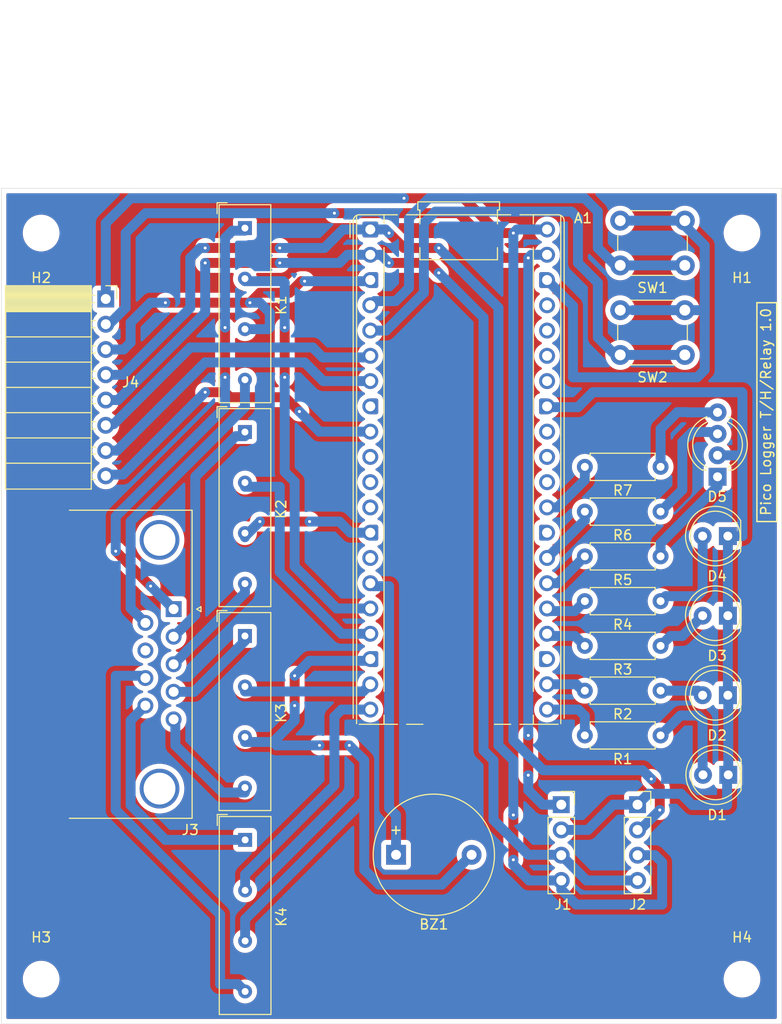
<source format=kicad_pcb>
(kicad_pcb (version 20241229) (generator "pcbnew") (generator_version "9.0")
  (layers (0 "F.Cu" signal) (2 "B.Cu" signal) (13 "F.Paste" user) (15 "B.Paste" user) (5 "F.SilkS" user "F.Silkscreen") (7 "B.SilkS" user "B.Silkscreen") (1 "F.Mask" user) (3 "B.Mask" user) (25 "Edge.Cuts" user))
  (net 0 "")
  (net 1 "Net-(A1-GPIO1)")
  (net 2 "Net-(A1-GPIO19)")
  (net 5 "Net-(A1-GPIO21)")
  (net 6 "Net-(A1-GPIO0)")
  (net 7 "Net-(A1-GPIO17)")
  (net 8 "Net-(A1-GPIO18)")
  (net 10 "Net-(A1-GPIO22)")
  (net 13 "Net-(A1-VSYS)")
  (net 14 "Net-(A1-GPIO20)")
  (net 18 "Net-(A1-GPIO16)")
  (net 20 "GND")
  (net 21 "Net-(D1-A)")
  (net 22 "Net-(D2-A)")
  (net 23 "Net-(D3-A)")
  (net 24 "Net-(D4-A)")
  (net 25 "Net-(D5-DI)")
  (net 26 "Net-(D5-VDD)")
  (net 27 "Net-(D5-DO)")
  (net 28 "Net-(J3-Pad6)")
  (net 29 "Net-(J3-Pad1)")
  (net 30 "Net-(J3-Pad5)")
  (net 31 "Net-(J3-Pad4)")
  (net 32 "Net-(J3-Pad2)")
  (net 33 "Net-(J3-Pad9)")
  (net 34 "Net-(A1-VBUS)")
  (net 37 "Net-(A1-GPIO2)")
  (net 38 "Net-(A1-GPIO3)")
  (net 39 "Net-(A1-GPIO11)")
  (net 40 "Net-(A1-GPIO14)")
  (net 41 "Net-(A1-GPIO12)")
  (net 42 "Net-(A1-GPIO13)")
  (net 43 "Net-(A1-GPIO15)")
  (net 44 "Net-(J3-Pad3)")
  (net 46 "Net-(J3-Pad8)")
  (net 47 "Net-(A1-GPIO6)")
  (net 48 "Net-(A1-GPIO4)")
  (net 49 "Net-(A1-GPIO5)")
  (footprint "Resistor_THT:R_Axial_DIN0207_L6.3mm_D2.5mm_P7.62mm_Horizontal" (layer "F.Cu") (at 189.81 96.5 180)
    (property "Reference" "R2" (at 3.81 -2.37 180) (layer "F.SilkS"))
    (property "Value" "R")
    (pad "1" thru_hole circle (at 0 0 180) (size 1.6 1.6) (drill 0.8) (layers "*.Cu" "*.Mask") (net 22 "Net-(D2-A)"))
    (pad "2" thru_hole oval (at 7.62 0 180) (size 1.6 1.6) (drill 0.8) (layers "*.Cu" "*.Mask") (net 7 "Net-(A1-GPIO17)"))
  )
  (footprint "Resistor_THT:R_Axial_DIN0207_L6.3mm_D2.5mm_P7.62mm_Horizontal" (layer "F.Cu") (at 189.81 92 180)
    (property "Reference" "R3" (at 3.81 -2.37 180) (layer "F.SilkS"))
    (property "Value" "R")
    (pad "1" thru_hole circle (at 0 0 180) (size 1.6 1.6) (drill 0.8) (layers "*.Cu" "*.Mask") (net 23 "Net-(D3-A)"))
    (pad "2" thru_hole oval (at 7.62 0 180) (size 1.6 1.6) (drill 0.8) (layers "*.Cu" "*.Mask") (net 8 "Net-(A1-GPIO18)"))
  )
  (footprint "Buzzer_Beeper:Buzzer_12x9.5RM7.6" (layer "F.Cu") (at 163.2 113)
    (property "Reference" "BZ1" (at 3.8 7 0) (layer "F.SilkS"))
    (property "Value" "Buzzer" (hide yes))
    (fp_text user "+" (at -0.01 -2.54 0) (layer "F.SilkS"))
    (pad "1" thru_hole rect (at 0 0) (size 2 2) (drill 1) (layers "*.Cu" "*.Mask") (net 39 "Net-(A1-GPIO11)"))
    (pad "2" thru_hole circle (at 7.6 0) (size 2 2) (drill 1) (layers "*.Cu" "*.Mask") (net 20 "GND"))
  )
  (footprint "Connector_PinSocket_2.54mm:PinSocket_1x04_P2.54mm_Vertical" (layer "F.Cu") (at 187.4925 107.96)
    (property "Reference" "J2" (at 0.0075 10.04 180) (layer "F.SilkS"))
    (property "Value" "Conn_01x04_Pin")
    (pad "1" thru_hole rect (at 0 0) (size 1.7 1.7) (drill 1) (layers "*.Cu" "*.Mask") (net 20 "GND"))
    (pad "2" thru_hole circle (at 0 2.54) (size 1.7 1.7) (drill 1) (layers "*.Cu" "*.Mask") (net 34 "Net-(A1-VBUS)"))
    (pad "3" thru_hole circle (at 0 5.08) (size 1.7 1.7) (drill 1) (layers "*.Cu" "*.Mask") (net 6 "Net-(A1-GPIO0)"))
    (pad "4" thru_hole circle (at 0 7.62) (size 1.7 1.7) (drill 1) (layers "*.Cu" "*.Mask") (net 1 "Net-(A1-GPIO1)"))
  )
  (footprint "Connector_Dsub:DSUB-9_Pins_Horizontal_P2.77x2.84mm_EdgePinOffset7.70mm_Housed_MountingHolesOffset9.12mm" (layer "F.Cu") (at 140.825331 88.305 -90)
    (property "Reference" "J3" (at 22.195 -1.674669 0) (layer "F.SilkS"))
    (property "Value" "DE9_Pins_MountingHoles")
    (pad "0" thru_hole circle (at -6.96 1.42 270) (size 4 4) (drill 3.2) (layers "*.Cu" "*.Mask"))
    (pad "0" thru_hole circle (at 18.04 1.42 270) (size 4 4) (drill 3.2) (layers "*.Cu" "*.Mask"))
    (pad "1" thru_hole rect (at 0 0 270) (size 1.6 1.6) (drill 1) (layers "*.Cu" "*.Mask") (net 29 "Net-(J3-Pad1)"))
    (pad "2" thru_hole circle (at 2.77 0 270) (size 1.6 1.6) (drill 1) (layers "*.Cu" "*.Mask") (net 32 "Net-(J3-Pad2)"))
    (pad "3" thru_hole circle (at 5.54 0 270) (size 1.6 1.6) (drill 1) (layers "*.Cu" "*.Mask") (net 44 "Net-(J3-Pad3)"))
    (pad "4" thru_hole circle (at 8.31 0 270) (size 1.6 1.6) (drill 1) (layers "*.Cu" "*.Mask") (net 31 "Net-(J3-Pad4)"))
    (pad "5" thru_hole circle (at 11.08 0 270) (size 1.6 1.6) (drill 1) (layers "*.Cu" "*.Mask") (net 30 "Net-(J3-Pad5)"))
    (pad "6" thru_hole circle (at 1.385 2.84 270) (size 1.6 1.6) (drill 1) (layers "*.Cu" "*.Mask") (net 28 "Net-(J3-Pad6)"))
    (pad "7" thru_hole circle (at 4.155 2.84 270) (size 1.6 1.6) (drill 1) (layers "*.Cu" "*.Mask"))
    (pad "8" thru_hole circle (at 6.925 2.84 270) (size 1.6 1.6) (drill 1) (layers "*.Cu" "*.Mask") (net 46 "Net-(J3-Pad8)"))
    (pad "9" thru_hole circle (at 9.695 2.84 270) (size 1.6 1.6) (drill 1) (layers "*.Cu" "*.Mask") (net 33 "Net-(J3-Pad9)"))
  )
  (footprint "Resistor_THT:R_Axial_DIN0207_L6.3mm_D2.5mm_P7.62mm_Horizontal" (layer "F.Cu") (at 189.81 78.5 180)
    (property "Reference" "R6" (at 3.81 -2.37 180) (layer "F.SilkS"))
    (property "Value" "R")
    (pad "1" thru_hole circle (at 0 0 180) (size 1.6 1.6) (drill 0.8) (layers "*.Cu" "*.Mask") (net 26 "Net-(D5-VDD)"))
    (pad "2" thru_hole oval (at 7.62 0 180) (size 1.6 1.6) (drill 0.8) (layers "*.Cu" "*.Mask") (net 5 "Net-(A1-GPIO21)"))
  )
  (footprint "MountingHole:MountingHole_3.2mm_M3" (layer "F.Cu") (at 127.5 125.5)
    (property "Reference" "H3" (at 0 -4.2 0) (layer "F.SilkS"))
    (property "Value" "MountingHole")
    (pad "" np_thru_hole circle (at 0 0) (size 3.2 3.2) (drill 3.2) (layers "*.Cu" "*.Mask"))
  )
  (footprint "Resistor_THT:R_Axial_DIN0207_L6.3mm_D2.5mm_P7.62mm_Horizontal" (layer "F.Cu") (at 189.81 101 180)
    (property "Reference" "R1" (at 3.81 -2.37 180) (layer "F.SilkS"))
    (property "Value" "R")
    (pad "1" thru_hole circle (at 0 0 180) (size 1.6 1.6) (drill 0.8) (layers "*.Cu" "*.Mask") (net 21 "Net-(D1-A)"))
    (pad "2" thru_hole oval (at 7.62 0 180) (size 1.6 1.6) (drill 0.8) (layers "*.Cu" "*.Mask") (net 18 "Net-(A1-GPIO16)"))
  )
  (footprint "LED_THT:LED_D5.0mm_Clear" (layer "F.Cu") (at 196.58 88.96 180)
    (property "Reference" "D3" (at 1.08 -4.04 0) (layer "F.SilkS"))
    (property "Value" "LED")
    (pad "1" thru_hole rect (at 0 0 180) (size 1.8 1.8) (drill 0.9) (layers "*.Cu" "*.Mask") (net 20 "GND"))
    (pad "2" thru_hole circle (at 2.54 0 180) (size 1.8 1.8) (drill 0.9) (layers "*.Cu" "*.Mask") (net 23 "Net-(D3-A)"))
  )
  (footprint "LED_THT:LED_D5.0mm_Clear" (layer "F.Cu") (at 196.58 96.96 180)
    (property "Reference" "D2" (at 1.08 -4.04 0) (layer "F.SilkS"))
    (property "Value" "LED")
    (pad "1" thru_hole rect (at 0 0 180) (size 1.8 1.8) (drill 0.9) (layers "*.Cu" "*.Mask") (net 20 "GND"))
    (pad "2" thru_hole circle (at 2.54 0 180) (size 1.8 1.8) (drill 0.9) (layers "*.Cu" "*.Mask") (net 22 "Net-(D2-A)"))
  )
  (footprint "Button_Switch_THT:SW_PUSH_6mm" (layer "F.Cu") (at 185.75 49.25)
    (property "Reference" "SW1" (at 3.25 6.75 0) (layer "F.SilkS"))
    (property "Value" "SW_Push")
    (pad "1" thru_hole circle (at 0 0 90) (size 2 2) (drill 1.1) (layers "*.Cu" "*.Mask") (net 20 "GND"))
    (pad "1" thru_hole circle (at 6.5 0 90) (size 2 2) (drill 1.1) (layers "*.Cu" "*.Mask") (net 20 "GND"))
    (pad "2" thru_hole circle (at 0 4.5 90) (size 2 2) (drill 1.1) (layers "*.Cu" "*.Mask") (net 37 "Net-(A1-GPIO2)"))
    (pad "2" thru_hole circle (at 6.5 4.5 90) (size 2 2) (drill 1.1) (layers "*.Cu" "*.Mask") (net 37 "Net-(A1-GPIO2)"))
  )
  (footprint "Connector_PinSocket_2.54mm:PinSocket_1x08_P2.54mm_Horizontal" (layer "F.Cu") (at 134 57.125)
    (property "Reference" "J4" (at 2.5 8.375 0) (layer "F.SilkS"))
    (property "Value" "Conn_01x08_Pin")
    (pad "1" thru_hole rect (at 0 0) (size 1.7 1.7) (drill 1) (layers "*.Cu" "*.Mask") (net 34 "Net-(A1-VBUS)"))
    (pad "2" thru_hole circle (at 0 2.54) (size 1.7 1.7) (drill 1) (layers "*.Cu" "*.Mask") (net 13 "Net-(A1-VSYS)"))
    (pad "3" thru_hole circle (at 0 5.08) (size 1.7 1.7) (drill 1) (layers "*.Cu" "*.Mask") (net 20 "GND"))
    (pad "4" thru_hole circle (at 0 7.62) (size 1.7 1.7) (drill 1) (layers "*.Cu" "*.Mask") (net 6 "Net-(A1-GPIO0)"))
    (pad "5" thru_hole circle (at 0 10.16) (size 1.7 1.7) (drill 1) (layers "*.Cu" "*.Mask") (net 1 "Net-(A1-GPIO1)"))
    (pad "6" thru_hole circle (at 0 12.7) (size 1.7 1.7) (drill 1) (layers "*.Cu" "*.Mask") (net 48 "Net-(A1-GPIO4)"))
    (pad "7" thru_hole circle (at 0 15.24) (size 1.7 1.7) (drill 1) (layers "*.Cu" "*.Mask") (net 49 "Net-(A1-GPIO5)"))
    (pad "8" thru_hole circle (at 0 17.78) (size 1.7 1.7) (drill 1) (layers "*.Cu" "*.Mask") (net 47 "Net-(A1-GPIO6)"))
  )
  (footprint "Resistor_THT:R_Axial_DIN0207_L6.3mm_D2.5mm_P7.62mm_Horizontal" (layer "F.Cu") (at 189.81 83 180)
    (property "Reference" "R5" (at 3.81 -2.37 180) (layer "F.SilkS"))
    (property "Value" "R")
    (pad "1" thru_hole circle (at 0 0 180) (size 1.6 1.6) (drill 0.8) (layers "*.Cu" "*.Mask") (net 27 "Net-(D5-DO)"))
    (pad "2" thru_hole oval (at 7.62 0 180) (size 1.6 1.6) (drill 0.8) (layers "*.Cu" "*.Mask") (net 14 "Net-(A1-GPIO20)"))
  )
  (footprint "Relay_THT:Relay_SPST_StandexMeder_SIL_Form1A" (layer "F.Cu") (at 148 91 -90)
    (property "Reference" "K3" (at 7.75 -3.65 90) (layer "F.SilkS"))
    (property "Value" "SILxx-1Axx-71x")
    (pad "1" thru_hole rect (at 0 0 270) (size 1.4 1.4) (drill 0.7) (layers "*.Cu" "*.Mask") (net 31 "Net-(J3-Pad4)"))
    (pad "3" thru_hole circle (at 5.08 0 270) (size 1.4 1.4) (drill 0.7) (layers "*.Cu" "*.Mask") (net 40 "Net-(A1-GPIO14)"))
    (pad "5" thru_hole circle (at 10.16 0 270) (size 1.4 1.4) (drill 0.7) (layers "*.Cu" "*.Mask") (net 20 "GND"))
    (pad "7" thru_hole circle (at 15.24 0 270) (size 1.4 1.4) (drill 0.7) (layers "*.Cu" "*.Mask") (net 30 "Net-(J3-Pad5)"))
  )
  (footprint "Module:RaspberryPi_Pico_Common_THT" (layer "F.Cu") (at 160.61 50.14)
    (property "Reference" "A1" (at 20.39 -1.14 0) (layer "F.SilkS") (effects (justify left)))
    (property "Value" "RaspberryPi_Pico_W")
    (pad "1" thru_hole roundrect (at 0 0) (size 1.6 1.6) (drill 1) (layers "*.Cu" "*.Mask") (roundrect_rratio 0.125) (net 6 "Net-(A1-GPIO0)"))
    (pad "2" thru_hole circle (at 0 2.54) (size 1.6 1.6) (drill 1) (layers "*.Cu" "*.Mask") (net 1 "Net-(A1-GPIO1)"))
    (pad "3" thru_hole custom (at 0 5.08) (size 1.6 1.6) (drill 1) (layers "*.Cu" "*.Mask") (net 20 "GND") (options (clearance outline) (anchor circle)) (primitives (gr_poly (pts (xy 0.8 0.6) (xy 0.8 -0.6) (xy 0.6 -0.8) (xy 0 -0.8) (xy 0 0.8) (xy 0.6 0.8)) (width 0) (fill yes)) (gr_circle (center 0.6 0.6) (end 0.8 0.6) (width 0) (fill yes)) (gr_circle (center 0.6 -0.6) (end 0.8 -0.6) (width 0) (fill yes))))
    (pad "4" thru_hole circle (at 0 7.62) (size 1.6 1.6) (drill 1) (layers "*.Cu" "*.Mask") (net 37 "Net-(A1-GPIO2)"))
    (pad "5" thru_hole circle (at 0 10.16) (size 1.6 1.6) (drill 1) (layers "*.Cu" "*.Mask") (net 38 "Net-(A1-GPIO3)"))
    (pad "6" thru_hole circle (at 0 12.7) (size 1.6 1.6) (drill 1) (layers "*.Cu" "*.Mask") (net 48 "Net-(A1-GPIO4)"))
    (pad "7" thru_hole circle (at 0 15.24) (size 1.6 1.6) (drill 1) (layers "*.Cu" "*.Mask") (net 49 "Net-(A1-GPIO5)"))
    (pad "8" thru_hole custom (at 0 17.78) (size 1.6 1.6) (drill 1) (layers "*.Cu" "*.Mask") (net 20 "GND") (options (clearance outline) (anchor circle)) (primitives (gr_poly (pts (xy 0.8 0.6) (xy 0.8 -0.6) (xy 0.6 -0.8) (xy 0 -0.8) (xy 0 0.8) (xy 0.6 0.8)) (width 0) (fill yes)) (gr_circle (center 0.6 0.6) (end 0.8 0.6) (width 0) (fill yes)) (gr_circle (center 0.6 -0.6) (end 0.8 -0.6) (width 0) (fill yes))))
    (pad "9" thru_hole circle (at 0 20.32) (size 1.6 1.6) (drill 1) (layers "*.Cu" "*.Mask") (net 47 "Net-(A1-GPIO6)"))
    (pad "10" thru_hole circle (at 0 22.86) (size 1.6 1.6) (drill 1) (layers "*.Cu" "*.Mask"))
    (pad "11" thru_hole circle (at 0 25.4) (size 1.6 1.6) (drill 1) (layers "*.Cu" "*.Mask"))
    (pad "12" thru_hole circle (at 0 27.94) (size 1.6 1.6) (drill 1) (layers "*.Cu" "*.Mask"))
    (pad "13" thru_hole custom (at 0 30.48) (size 1.6 1.6) (drill 1) (layers "*.Cu" "*.Mask") (net 20 "GND") (options (clearance outline) (anchor circle)) (primitives (gr_poly (pts (xy 0.8 0.6) (xy 0.8 -0.6) (xy 0.6 -0.8) (xy 0 -0.8) (xy 0 0.8) (xy 0.6 0.8)) (width 0) (fill yes)) (gr_circle (center 0.6 0.6) (end 0.8 0.6) (width 0) (fill yes)) (gr_circle (center 0.6 -0.6) (end 0.8 -0.6) (width 0) (fill yes))))
    (pad "14" thru_hole circle (at 0 33.02) (size 1.6 1.6) (drill 1) (layers "*.Cu" "*.Mask"))
    (pad "15" thru_hole circle (at 0 35.56) (size 1.6 1.6) (drill 1) (layers "*.Cu" "*.Mask") (net 39 "Net-(A1-GPIO11)"))
    (pad "16" thru_hole circle (at 0 38.1) (size 1.6 1.6) (drill 1) (layers "*.Cu" "*.Mask") (net 41 "Net-(A1-GPIO12)"))
    (pad "17" thru_hole circle (at 0 40.64) (size 1.6 1.6) (drill 1) (layers "*.Cu" "*.Mask") (net 42 "Net-(A1-GPIO13)"))
    (pad "18" thru_hole custom (at 0 43.18) (size 1.6 1.6) (drill 1) (layers "*.Cu" "*.Mask") (net 20 "GND") (options (clearance outline) (anchor circle)) (primitives (gr_poly (pts (xy 0.8 0.6) (xy 0.8 -0.6) (xy 0.6 -0.8) (xy 0 -0.8) (xy 0 0.8) (xy 0.6 0.8)) (width 0) (fill yes)) (gr_circle (center 0.6 0.6) (end 0.8 0.6) (width 0) (fill yes)) (gr_circle (center 0.6 -0.6) (end 0.8 -0.6) (width 0) (fill yes))))
    (pad "19" thru_hole circle (at 0 45.72) (size 1.6 1.6) (drill 1) (layers "*.Cu" "*.Mask") (net 40 "Net-(A1-GPIO14)"))
    (pad "20" thru_hole circle (at 0 48.26) (size 1.6 1.6) (drill 1) (layers "*.Cu" "*.Mask") (net 43 "Net-(A1-GPIO15)"))
    (pad "21" thru_hole circle (at 17.78 48.26) (size 1.6 1.6) (drill 1) (layers "*.Cu" "*.Mask") (net 18 "Net-(A1-GPIO16)"))
    (pad "22" thru_hole circle (at 17.78 45.72) (size 1.6 1.6) (drill 1) (layers "*.Cu" "*.Mask") (net 7 "Net-(A1-GPIO17)"))
    (pad "23" thru_hole custom (at 17.78 43.18) (size 1.6 1.6) (drill 1) (layers "*.Cu" "*.Mask") (net 20 "GND") (options (clearance outline) (anchor circle)) (primitives (gr_poly (pts (xy -0.8 0.6) (xy -0.8 -0.6) (xy -0.6 -0.8) (xy 0 -0.8) (xy 0 0.8) (xy -0.6 0.8)) (width 0) (fill yes)) (gr_circle (center -0.6 0.6) (end -0.4 0.6) (width 0) (fill yes)) (gr_circle (center -0.6 -0.6) (end -0.4 -0.6) (width 0) (fill yes))))
    (pad "24" thru_hole circle (at 17.78 40.64) (size 1.6 1.6) (drill 1) (layers "*.Cu" "*.Mask") (net 8 "Net-(A1-GPIO18)"))
    (pad "25" thru_hole circle (at 17.78 38.1) (size 1.6 1.6) (drill 1) (layers "*.Cu" "*.Mask") (net 2 "Net-(A1-GPIO19)"))
    (pad "26" thru_hole circle (at 17.78 35.56) (size 1.6 1.6) (drill 1) (layers "*.Cu" "*.Mask") (net 14 "Net-(A1-GPIO20)"))
    (pad "27" thru_hole circle (at 17.78 33.02) (size 1.6 1.6) (drill 1) (layers "*.Cu" "*.Mask") (net 5 "Net-(A1-GPIO21)"))
    (pad "28" thru_hole custom (at 17.78 30.48) (size 1.6 1.6) (drill 1) (layers "*.Cu" "*.Mask") (net 20 "GND") (options (clearance outline) (anchor circle)) (primitives (gr_poly (pts (xy -0.8 0.6) (xy -0.8 -0.6) (xy -0.6 -0.8) (xy 0 -0.8) (xy 0 0.8) (xy -0.6 0.8)) (width 0) (fill yes)) (gr_circle (center -0.6 0.6) (end -0.4 0.6) (width 0) (fill yes)) (gr_circle (center -0.6 -0.6) (end -0.4 -0.6) (width 0) (fill yes))))
    (pad "29" thru_hole circle (at 17.78 27.94) (size 1.6 1.6) (drill 1) (layers "*.Cu" "*.Mask") (net 10 "Net-(A1-GPIO22)"))
    (pad "30" thru_hole circle (at 17.78 25.4) (size 1.6 1.6) (drill 1) (layers "*.Cu" "*.Mask"))
    (pad "31" thru_hole circle (at 17.78 22.86) (size 1.6 1.6) (drill 1) (layers "*.Cu" "*.Mask"))
    (pad "32" thru_hole circle (at 17.78 20.32) (size 1.6 1.6) (drill 1) (layers "*.Cu" "*.Mask"))
    (pad "33" thru_hole custom (at 17.78 17.78) (size 1.6 1.6) (drill 1) (layers "*.Cu" "*.Mask") (net 20 "GND") (options (clearance outline) (anchor circle)) (primitives (gr_poly (pts (xy -0.8 0.6) (xy -0.8 -0.6) (xy -0.6 -0.8) (xy 0 -0.8) (xy 0 0.8) (xy -0.6 0.8)) (width 0) (fill yes)) (gr_circle (center -0.6 0.6) (end -0.4 0.6) (width 0) (fill yes)) (gr_circle (center -0.6 -0.6) (end -0.4 -0.6) (width 0) (fill yes))))
    (pad "34" thru_hole circle (at 17.78 15.24) (size 1.6 1.6) (drill 1) (layers "*.Cu" "*.Mask"))
    (pad "35" thru_hole circle (at 17.78 12.7) (size 1.6 1.6) (drill 1) (layers "*.Cu" "*.Mask"))
    (pad "36" thru_hole circle (at 17.78 10.16) (size 1.6 1.6) (drill 1) (layers "*.Cu" "*.Mask"))
    (pad "37" thru_hole circle (at 17.78 7.62) (size 1.6 1.6) (drill 1) (layers "*.Cu" "*.Mask"))
    (pad "38" thru_hole custom (at 17.78 5.08) (size 1.6 1.6) (drill 1) (layers "*.Cu" "*.Mask") (net 20 "GND") (options (clearance outline) (anchor circle)) (primitives (gr_poly (pts (xy -0.8 0.6) (xy -0.8 -0.6) (xy -0.6 -0.8) (xy 0 -0.8) (xy 0 0.8) (xy -0.6 0.8)) (width 0) (fill yes)) (gr_circle (center -0.6 0.6) (end -0.4 0.6) (width 0) (fill yes)) (gr_circle (center -0.6 -0.6) (end -0.4 -0.6) (width 0) (fill yes))))
    (pad "39" thru_hole circle (at 17.78 2.54) (size 1.6 1.6) (drill 1) (layers "*.Cu" "*.Mask") (net 13 "Net-(A1-VSYS)"))
    (pad "40" thru_hole circle (at 17.78 0) (size 1.6 1.6) (drill 1) (layers "*.Cu" "*.Mask") (net 34 "Net-(A1-VBUS)"))
  )
  (footprint "LED_THT:LED_D5.0mm-4_RGB_Wide_Pins" (layer "F.Cu") (at 195.54 75 90)
    (property "Reference" "D5" (at -2 -0.04 0) (layer "F.SilkS"))
    (property "Value" "APA-106-F5")
    (pad "1" thru_hole rect (at 0 0 90) (size 1.8 1.8) (drill 0.9) (layers "*.Cu" "*.Mask") (net 27 "Net-(D5-DO)"))
    (pad "2" thru_hole circle (at 2.159 0 90) (size 1.8 1.8) (drill 0.9) (layers "*.Cu" "*.Mask") (net 20 "GND"))
    (pad "3" thru_hole circle (at 4.318 0 90) (size 1.8 1.8) (drill 0.9) (layers "*.Cu" "*.Mask") (net 26 "Net-(D5-VDD)"))
    (pad "4" thru_hole circle (at 6.477 0 90) (size 1.8 1.8) (drill 0.9) (layers "*.Cu" "*.Mask") (net 25 "Net-(D5-DI)"))
  )
  (footprint "Resistor_THT:R_Axial_DIN0207_L6.3mm_D2.5mm_P7.62mm_Horizontal" (layer "F.Cu") (at 189.81 87.5 180)
    (property "Reference" "R4" (at 3.81 -2.37 180) (layer "F.SilkS"))
    (property "Value" "R")
    (pad "1" thru_hole circle (at 0 0 180) (size 1.6 1.6) (drill 0.8) (layers "*.Cu" "*.Mask") (net 24 "Net-(D4-A)"))
    (pad "2" thru_hole oval (at 7.62 0 180) (size 1.6 1.6) (drill 0.8) (layers "*.Cu" "*.Mask") (net 2 "Net-(A1-GPIO19)"))
  )
  (footprint "LED_THT:LED_D5.0mm_Clear" (layer "F.Cu") (at 196.58 80.96 180)
    (property "Reference" "D4" (at 1.08 -4.04 0) (layer "F.SilkS"))
    (property "Value" "LED")
    (pad "1" thru_hole rect (at 0 0 180) (size 1.8 1.8) (drill 0.9) (layers "*.Cu" "*.Mask") (net 20 "GND"))
    (pad "2" thru_hole circle (at 2.54 0 180) (size 1.8 1.8) (drill 0.9) (layers "*.Cu" "*.Mask") (net 24 "Net-(D4-A)"))
  )
  (footprint "Resistor_THT:R_Axial_DIN0207_L6.3mm_D2.5mm_P7.62mm_Horizontal" (layer "F.Cu") (at 189.81 74 180)
    (property "Reference" "R7" (at 3.81 -2.370695 180) (layer "F.SilkS"))
    (property "Value" "R")
    (pad "1" thru_hole circle (at 0 0 180) (size 1.6 1.6) (drill 0.8) (layers "*.Cu" "*.Mask") (net 25 "Net-(D5-DI)"))
    (pad "2" thru_hole oval (at 7.62 0 180) (size 1.6 1.6) (drill 0.8) (layers "*.Cu" "*.Mask") (net 10 "Net-(A1-GPIO22)"))
  )
  (footprint "LED_THT:LED_D5.0mm_Clear" (layer "F.Cu") (at 196.62 104.96 180)
    (property "Reference" "D1" (at 1.12 -4.04 0) (layer "F.SilkS"))
    (property "Value" "LED")
    (pad "1" thru_hole rect (at 0 0 180) (size 1.8 1.8) (drill 0.9) (layers "*.Cu" "*.Mask") (net 20 "GND"))
    (pad "2" thru_hole circle (at 2.54 0 180) (size 1.8 1.8) (drill 0.9) (layers "*.Cu" "*.Mask") (net 21 "Net-(D1-A)"))
  )
  (footprint "MountingHole:MountingHole_3.2mm_M3" (layer "F.Cu") (at 198 125.5)
    (property "Reference" "H4" (at 0 -4.2 0) (layer "F.SilkS"))
    (property "Value" "MountingHole")
    (pad "" np_thru_hole circle (at 0 0) (size 3.2 3.2) (drill 3.2) (layers "*.Cu" "*.Mask"))
  )
  (footprint "Relay_THT:Relay_SPST_StandexMeder_SIL_Form1A" (layer "F.Cu") (at 148 50 -90)
    (property "Reference" "K1" (at 7.75 -3.65 90) (layer "F.SilkS"))
    (property "Value" "SILxx-1Axx-71x")
    (pad "1" thru_hole rect (at 0 0 270) (size 1.4 1.4) (drill 0.7) (layers "*.Cu" "*.Mask") (net 29 "Net-(J3-Pad1)"))
    (pad "3" thru_hole circle (at 5.08 0 270) (size 1.4 1.4) (drill 0.7) (layers "*.Cu" "*.Mask") (net 41 "Net-(A1-GPIO12)"))
    (pad "5" thru_hole circle (at 10.16 0 270) (size 1.4 1.4) (drill 0.7) (layers "*.Cu" "*.Mask") (net 20 "GND"))
    (pad "7" thru_hole circle (at 15.24 0 270) (size 1.4 1.4) (drill 0.7) (layers "*.Cu" "*.Mask") (net 28 "Net-(J3-Pad6)"))
  )
  (footprint "MountingHole:MountingHole_3.2mm_M3" (layer "F.Cu") (at 198 50.5)
    (property "Reference" "H1" (at 0 4.5 0) (layer "F.SilkS"))
    (property "Value" "MountingHole")
    (pad "" np_thru_hole circle (at 0 0) (size 3.2 3.2) (drill 3.2) (layers "*.Cu" "*.Mask"))
  )
  (footprint "MountingHole:MountingHole_3.2mm_M3" (layer "F.Cu") (at 127.5 50.5)
    (property "Reference" "H2" (at 0 4.5 0) (layer "F.SilkS"))
    (property "Value" "MountingHole")
    (pad "" np_thru_hole circle (at 0 0) (size 3.2 3.2) (drill 3.2) (layers "*.Cu" "*.Mask"))
  )
  (footprint "Relay_THT:Relay_SPST_StandexMeder_SIL_Form1A" (layer "F.Cu") (at 148 70.5 -90)
    (property "Reference" "K2" (at 7.75 -3.65 90) (layer "F.SilkS"))
    (property "Value" "SILxx-1Axx-71x")
    (pad "1" thru_hole rect (at 0 0 270) (size 1.4 1.4) (drill 0.7) (layers "*.Cu" "*.Mask") (net 32 "Net-(J3-Pad2)"))
    (pad "3" thru_hole circle (at 5.08 0 270) (size 1.4 1.4) (drill 0.7) (layers "*.Cu" "*.Mask") (net 42 "Net-(A1-GPIO13)"))
    (pad "5" thru_hole circle (at 10.16 0 270) (size 1.4 1.4) (drill 0.7) (layers "*.Cu" "*.Mask") (net 20 "GND"))
    (pad "7" thru_hole circle (at 15.24 0 270) (size 1.4 1.4) (drill 0.7) (layers "*.Cu" "*.Mask") (net 44 "Net-(J3-Pad3)"))
  )
  (footprint "Connector_PinSocket_2.54mm:PinSocket_1x04_P2.54mm_Vertical" (layer "F.Cu") (at 179.82 107.96)
    (property "Reference" "J1" (at 0.18 10.04 180) (layer "F.SilkS"))
    (property "Value" "Conn_01x04_Pin")
    (pad "1" thru_hole rect (at 0 0) (size 1.7 1.7) (drill 1) (layers "*.Cu" "*.Mask") (net 13 "Net-(A1-VSYS)"))
    (pad "2" thru_hole circle (at 0 2.54) (size 1.7 1.7) (drill 1) (layers "*.Cu" "*.Mask") (net 20 "GND"))
    (pad "3" thru_hole circle (at 0 5.08) (size 1.7 1.7) (drill 1) (layers "*.Cu" "*.Mask") (net 1 "Net-(A1-GPIO1)"))
    (pad "4" thru_hole circle (at 0 7.62) (size 1.7 1.7) (drill 1) (layers "*.Cu" "*.Mask") (net 6 "Net-(A1-GPIO0)"))
  )
  (footprint "Relay_THT:Relay_SPST_StandexMeder_SIL_Form1A" (layer "F.Cu") (at 148.0175 111.5 -90)
    (property "Reference" "K4" (at 7.75 -3.65 90) (layer "F.SilkS"))
    (property "Value" "SILxx-1Axx-71x")
    (pad "1" thru_hole rect (at 0 0 270) (size 1.4 1.4) (drill 0.7) (layers "*.Cu" "*.Mask") (net 33 "Net-(J3-Pad9)"))
    (pad "3" thru_hole circle (at 5.08 0 270) (size 1.4 1.4) (drill 0.7) (layers "*.Cu" "*.Mask") (net 43 "Net-(A1-GPIO15)"))
    (pad "5" thru_hole circle (at 10.16 0 270) (size 1.4 1.4) (drill 0.7) (layers "*.Cu" "*.Mask") (net 20 "GND"))
    (pad "7" thru_hole circle (at 15.24 0 270) (size 1.4 1.4) (drill 0.7) (layers "*.Cu" "*.Mask") (net 46 "Net-(J3-Pad8)"))
  )
  (footprint "Button_Switch_THT:SW_PUSH_6mm" (layer "F.Cu") (at 185.75 58.25)
    (property "Reference" "SW2" (at 3.25 6.75 0) (layer "F.SilkS"))
    (property "Value" "SW_Push")
    (pad "1" thru_hole circle (at 0 0 90) (size 2 2) (drill 1.1) (layers "*.Cu" "*.Mask") (net 20 "GND"))
    (pad "1" thru_hole circle (at 6.5 0 90) (size 2 2) (drill 1.1) (layers "*.Cu" "*.Mask") (net 20 "GND"))
    (pad "2" thru_hole circle (at 0 4.5 90) (size 2 2) (drill 1.1) (layers "*.Cu" "*.Mask") (net 38 "Net-(A1-GPIO3)"))
    (pad "2" thru_hole circle (at 6.5 4.5 90) (size 2 2) (drill 1.1) (layers "*.Cu" "*.Mask") (net 38 "Net-(A1-GPIO3)"))
  )
  (gr_rect (start 199.5 57.5) (end 201.5 79.5) (stroke (width 0.15)) (fill no) (layer "F.SilkS"))
  (gr_rect (start 123.5 46) (end 202 130) (stroke (width 0.05)) (fill no) (layer "Edge.Cuts"))
  (gr_text "Pico Logger T/H/Relay 1.0" (at 201 79 90) (layer "F.SilkS") (effects (font (size 1 1)) (justify left bottom)))
  (segment (start 167.5 54.5) (end 166.5 53.5) (width 1) (layer "F.Cu") (net 1))
  (segment (start 151.5 53.5) (end 144 53.5) (width 1) (layer "F.Cu") (net 1))
  (segment (start 166.5 53.5) (end 162.5 53.5) (width 1) (layer "F.Cu") (net 1))
  (via (at 167.5 54.5) (size 1) (drill 0.3) (layers "F.Cu" "B.Cu") (net 1))
  (via (at 151.5 53.5) (size 1) (drill 0.3) (layers "F.Cu" "B.Cu") (net 1))
  (via (at 144 53.5) (size 1) (drill 0.3) (layers "F.Cu" "B.Cu") (net 1))
  (via (at 162.5 53.5) (size 1) (drill 0.3) (layers "F.Cu" "B.Cu") (net 1))
  (segment (start 167.5 54.5) (end 172 59) (width 1) (layer "B.Cu") (net 1))
  (segment (start 176.5 113) (end 179.78 113) (width 1) (layer "B.Cu") (net 1))
  (segment (start 135.215 67.285) (end 134 67.285) (width 1) (layer "B.Cu") (net 1))
  (segment (start 172 59) (end 172 102.5) (width 1) (layer "B.Cu") (net 1))
  (segment (start 144 58.5) (end 135.215 67.285) (width 1) (layer "B.Cu") (net 1))
  (segment (start 187.3125 115.4) (end 187.4925 115.58) (width 1) (layer "B.Cu") (net 1))
  (segment (start 158.32 52.68) (end 157.5 53.5) (width 1) (layer "B.Cu") (net 1))
  (segment (start 157.5 53.5) (end 151.5 53.5) (width 1) (layer "B.Cu") (net 1))
  (segment (start 179.82 113.04) (end 182.36 115.58) (width 1) (layer "B.Cu") (net 1))
  (segment (start 160.61 52.68) (end 158.32 52.68) (width 1) (layer "B.Cu") (net 1))
  (segment (start 173 109.5) (end 176.5 113) (width 1) (layer "B.Cu") (net 1))
  (segment (start 173 103.5) (end 173 109.5) (width 1) (layer "B.Cu") (net 1))
  (segment (start 160.61 52.68) (end 161.68 52.68) (width 1) (layer "B.Cu") (net 1))
  (segment (start 172 102.5) (end 173 103.5) (width 1) (layer "B.Cu") (net 1))
  (segment (start 182.36 115.58) (end 187.4925 115.58) (width 1) (layer "B.Cu") (net 1))
  (segment (start 144 53.5) (end 144 58.5) (width 1) (layer "B.Cu") (net 1))
  (segment (start 161.68 52.68) (end 162.5 53.5) (width 1) (layer "B.Cu") (net 1))
  (segment (start 182.19 87.5) (end 182 87.31) (width 1) (layer "B.Cu") (net 2))
  (segment (start 181.19 88.5) (end 182.19 87.5) (width 1) (layer "B.Cu") (net 2))
  (segment (start 178.65 88.5) (end 181.19 88.5) (width 1) (layer "B.Cu") (net 2))
  (segment (start 178.39 88.24) (end 178.65 88.5) (width 1) (layer "B.Cu") (net 2))
  (segment (start 182.19 78.5) (end 182.19 79) (width 1) (layer "B.Cu") (net 5))
  (segment (start 178.39 83.16) (end 182.19 79.36) (width 1) (layer "B.Cu") (net 5))
  (segment (start 182.19 79.36) (end 182.19 78.5) (width 1) (layer "B.Cu") (net 5))
  (segment (start 175 109) (end 175 113.5) (width 1) (layer "F.Cu") (net 6))
  (segment (start 164 52) (end 162.5 50.5) (width 1) (layer "F.Cu") (net 6))
  (segment (start 151.5 52) (end 144 52) (width 1) (layer "F.Cu") (net 6))
  (segment (start 167.5 52) (end 164 52) (width 1) (layer "F.Cu") (net 6))
  (via (at 151.5 52) (size 1) (drill 0.3) (layers "F.Cu" "B.Cu") (net 6))
  (via (at 175 109) (size 1) (drill 0.3) (layers "F.Cu" "B.Cu") (net 6))
  (via (at 162.5 50.5) (size 1) (drill 0.3) (layers "F.Cu" "B.Cu") (net 6))
  (via (at 144 52) (size 1) (drill 0.3) (layers "F.Cu" "B.Cu") (net 6))
  (via (at 167.5 52) (size 1) (drill 0.3) (layers "F.Cu" "B.Cu") (net 6))
  (via (at 175 113.5) (size 1) (drill 0.3) (layers "F.Cu" "B.Cu") (net 6))
  (segment (start 156 52) (end 151.5 52) (width 1) (layer "B.Cu") (net 6))
  (segment (start 157.86 50.14) (end 156 52) (width 1) (layer "B.Cu") (net 6))
  (segment (start 142.5 53) (end 142.5 58) (width 1) (layer "B.Cu") (net 6))
  (segment (start 144 52) (end 143.5 52) (width 1) (layer "B.Cu") (net 6))
  (segment (start 175 114) (end 176.58 115.58) (width 1) (layer "B.Cu") (net 6))
  (segment (start 189.9675 113.76) (end 189.2475 113.04) (width 1) (layer "B.Cu") (net 6))
  (segment (start 143.5 52) (end 142.5 53) (width 1) (layer "B.Cu") (net 6))
  (segment (start 189.2475 113.04) (end 187.4925 113.04) (width 1) (layer "B.Cu") (net 6))
  (segment (start 176.58 115.58) (end 179.82 115.58) (width 1) (layer "B.Cu") (net 6))
  (segment (start 175 113.5) (end 175 114) (width 1) (layer "B.Cu") (net 6))
  (segment (start 189.9675 118) (end 189.9675 113.76) (width 1) (layer "B.Cu") (net 6))
  (segment (start 135.755 64.745) (end 134 64.745) (width 1) (layer "B.Cu") (net 6))
  (segment (start 142.5 58) (end 135.755 64.745) (width 1) (layer "B.Cu") (net 6))
  (segment (start 179.82 116.5) (end 179.82 115.58) (width 1) (layer "B.Cu") (net 6))
  (segment (start 181.32 118) (end 189.9675 118) (width 1) (layer "B.Cu") (net 6))
  (segment (start 160.61 50.14) (end 157.86 50.14) (width 1) (layer "B.Cu") (net 6))
  (segment (start 160.61 50.14) (end 162.14 50.14) (width 1) (layer "B.Cu") (net 6))
  (segment (start 167.5 52) (end 173.5 58) (width 1) (layer "B.Cu") (net 6))
  (segment (start 173.5 102) (end 175 103.5) (width 1) (layer "B.Cu") (net 6))
  (segment (start 175 103.5) (end 175 109) (width 1) (layer "B.Cu") (net 6))
  (segment (start 173.5 58) (end 173.5 102) (width 1) (layer "B.Cu") (net 6))
  (segment (start 179.82 116.5) (end 181.32 118) (width 1) (layer "B.Cu") (net 6))
  (segment (start 162.14 50.14) (end 162.5 50.5) (width 1) (layer "B.Cu") (net 6))
  (segment (start 178.39 95.86) (end 181.33 95.86) (width 1) (layer "B.Cu") (net 7))
  (segment (start 181.97 96.5) (end 182.19 96.5) (width 1) (layer "B.Cu") (net 7))
  (segment (start 181.33 95.86) (end 181.97 96.5) (width 1) (layer "B.Cu") (net 7))
  (segment (start 181.19 91) (end 182.19 92) (width 1) (layer "B.Cu") (net 8))
  (segment (start 178.61 91) (end 181.19 91) (width 1) (layer "B.Cu") (net 8))
  (segment (start 178.39 90.78) (end 178.61 91) (width 1) (layer "B.Cu") (net 8))
  (segment (start 182.19 75.31) (end 182.19 74) (width 1) (layer "B.Cu") (net 10))
  (segment (start 178.39 78.08) (end 179.42 78.08) (width 1) (layer "B.Cu") (net 10))
  (segment (start 179.42 78.08) (end 182.19 75.31) (width 1) (layer "B.Cu") (net 10))
  (segment (start 157 48.5) (end 169.5 48.5) (width 1) (layer "F.Cu") (net 13))
  (segment (start 176.5 101) (end 176.5 105) (width 1) (layer "F.Cu") (net 13))
  (segment (start 174 53) (end 176.5 53) (width 1) (layer "F.Cu") (net 13))
  (segment (start 169.5 48.5) (end 174 53) (width 1) (layer "F.Cu") (net 13))
  (via (at 176.5 105) (size 1) (drill 0.3) (layers "F.Cu" "B.Cu") (net 13))
  (via (at 176.5 53) (size 1) (drill 0.3) (layers "F.Cu" "B.Cu") (net 13))
  (via (at 176.5 101) (size 1) (drill 0.3) (layers "F.Cu" "B.Cu") (net 13))
  (via (at 157 48.5) (size 1) (drill 0.3) (layers "F.Cu" "B.Cu") (net 13))
  (segment (start 134.335 59.665) (end 134 59.665) (width 1) (layer "B.Cu") (net 13))
  (segment (start 136 58) (end 134.335 59.665) (width 1) (layer "B.Cu") (net 13))
  (segment (start 177.96 107.96) (end 179.82 107.96) (width 1) (layer "B.Cu") (net 13))
  (segment (start 136 50.5) (end 136 58) (width 1) (layer "B.Cu") (net 13))
  (segment (start 134.46 59.54) (end 134 59.54) (width 1) (layer "B.Cu") (net 13))
  (segment (start 176.82 52.68) (end 178.39 52.68) (width 1) (layer "B.Cu") (net 13))
  (segment (start 176.5 53) (end 176.5 101) (width 1) (layer "B.Cu") (net 13))
  (segment (start 176.5 105) (end 176.5 106.5) (width 1) (layer "B.Cu") (net 13))
  (segment (start 176.5 53) (end 176.82 52.68) (width 1) (layer "B.Cu") (net 13))
  (segment (start 176.5 106.5) (end 177.96 107.96) (width 1) (layer "B.Cu") (net 13))
  (segment (start 138 48.5) (end 136 50.5) (width 1) (layer "B.Cu") (net 13))
  (segment (start 157 48.5) (end 138 48.5) (width 1) (layer "B.Cu") (net 13))
  (segment (start 179.49 85.7) (end 182.19 83) (width 1) (layer "B.Cu") (net 14))
  (segment (start 178.39 85.7) (end 179.49 85.7) (width 1) (layer "B.Cu") (net 14))
  (segment (start 178.39 98.4) (end 181.55 98.4) (width 1) (layer "B.Cu") (net 18))
  (segment (start 181.55 98.4) (end 182.19 99.04) (width 1) (layer "B.Cu") (net 18))
  (segment (start 182.19 99.04) (end 182.19 101) (width 1) (layer "B.Cu") (net 18))
  (segment (start 154.5 79.5) (end 149.5 79.5) (width 1) (layer "F.Cu") (net 20))
  (segment (start 140 57.5) (end 148.5 57.5) (width 1) (layer "F.Cu") (net 20))
  (segment (start 154 55.34) (end 153.66 55.34) (width 1) (layer "F.Cu") (net 20))
  (segment (start 153.66 55.34) (end 152.5 56.5) (width 1) (layer "F.Cu") (net 20))
  (segment (start 155.5 102) (end 158.5 102) (width 1) (layer "F.Cu") (net 20))
  (segment (start 149.5 56.5) (end 148.5 57.5) (width 1) (layer "F.Cu") (net 20))
  (segment (start 152.5 56.5) (end 149.5 56.5) (width 1) (layer "F.Cu") (net 20))
  (segment (start 153 95) (end 153 98) (width 1) (layer "F.Cu") (net 20))
  (via (at 140 57.5) (size 1) (drill 0.3) (layers "F.Cu" "B.Cu") (net 20))
  (via (at 158.5 102) (size 1) (drill 0.3) (layers "F.Cu" "B.Cu") (net 20))
  (via (at 153 95) (size 1) (drill 0.3) (layers "F.Cu" "B.Cu") (net 20))
  (via (at 149.5 79.5) (size 1) (drill 0.3) (layers "F.Cu" "B.Cu") (net 20))
  (via (at 148.5 57.5) (size 1) (drill 0.3) (layers "F.Cu" "B.Cu") (net 20))
  (via (at 153 98) (size 1) (drill 0.3) (layers "F.Cu" "B.Cu") (net 20))
  (via (at 155.5 102) (size 1) (drill 0.3) (layers "F.Cu" "B.Cu") (net 20))
  (via (at 154 55.34) (size 1) (drill 0.3) (layers "F.Cu" "B.Cu") (net 20))
  (via (at 154.5 79.5) (size 1) (drill 0.3) (layers "F.Cu" "B.Cu") (net 20))
  (segment (start 198 66.5) (end 183 66.5) (width 1) (layer "B.Cu") (net 20))
  (segment (start 153 98) (end 153 99.5) (width 1) (layer "B.Cu") (net 20))
  (segment (start 154 55.34) (end 160.49 55.34) (width 1) (layer "B.Cu") (net 20))
  (segment (start 191.865 106.865) (end 193 108) (width 1) (layer "B.Cu") (net 20))
  (segment (start 187.4925 107.96) (end 185.04 107.96) (width 1) (layer "B.Cu") (net 20))
  (segment (start 150.84 101.66) (end 151.18 102) (width 1) (layer "B.Cu") (net 20))
  (segment (start 150.5 58.5) (end 150.5 60) (width 1) (layer "B.Cu") (net 20))
  (segment (start 150.34 60.16) (end 148 60.16) (width 1) (layer "B.Cu") (net 20))
  (segment (start 185.25 49.25) (end 191.75 49.25) (width 1) (layer "B.Cu") (net 20))
  (segment (start 160 114.5) (end 161.5 116) (width 1) (layer "B.Cu") (net 20))
  (segment (start 160 107.5) (end 160 103.5) (width 1) (layer "B.Cu") (net 20))
  (segment (start 138.5 57.5) (end 136.5 59.5) (width 1) (layer "B.Cu") (net 20))
  (segment (start 136.5 61.5) (end 135.795 62.205) (width 1) (layer "B.Cu") (net 20))
  (segment (start 198.04 66.54) (end 198 66.5) (width 1) (layer "B.Cu") (net 20))
  (segment (start 196.58 96.96) (end 196.62 97) (width 0.2) (layer "B.Cu") (net 20))
  (segment (start 185.25 58.25) (end 186.5 58.25) (width 1) (layer "B.Cu") (net 20))
  (segment (start 160 103.5) (end 158.5 102) (width 1) (layer "B.Cu") (net 20))
  (segment (start 196.58 80.96) (end 198.04 80.96) (width 1) (layer "B.Cu") (net 20))
  (segment (start 196.5 105.08) (end 196.62 104.96) (width 1) (layer "B.Cu") (net 20))
  (segment (start 161.5 116) (end 167.8 116) (width 1) (layer "B.Cu") (net 20))
  (segment (start 181 57.83) (end 178.39 55.22) (width 1) (layer "B.Cu") (net 20))
  (segment (start 188.5875 106.865) (end 191.865 106.865) (width 1) (layer "B.Cu") (net 20))
  (segment (start 197.699 72.841) (end 198.04 72.5) (width 1) (layer "B.Cu") (net 20))
  (segment (start 194.25 58.25) (end 192.25 58.25) (width 1) (layer "B.Cu") (net 20))
  (segment (start 148 81) (end 148 81.08) (width 1) (layer "B.Cu") (net 20))
  (segment (start 196.58 80.96) (end 196.58 88.96) (width 1) (layer "B.Cu") (net 20))
  (segment (start 154.5 79.5) (end 157.5 79.5) (width 1) (layer "B.Cu") (net 20))
  (segment (start 196.62 97) (end 196.62 104.96) (width 1) (layer "B.Cu") (net 20))
  (segment (start 194.25 64.25) (end 193.5 65) (width 1) (layer "B.Cu") (net 20))
  (segment (start 150.5 60) (end 150.34 60.16) (width 1) (layer "B.Cu") (net 20))
  (segment (start 193 108) (end 196.5 108) (width 1) (layer "B.Cu") (net 20))
  (segment (start 181 65) (end 181 57.83) (width 1) (layer "B.Cu") (net 20))
  (segment (start 149.5 79.5) (end 148 81) (width 1) (layer "B.Cu") (net 20))
  (segment (start 185.04 107.96) (end 182.5 110.5) (width 1) (layer "B.Cu") (net 20))
  (segment (start 160.49 55.34) (end 160.61 55.22) (width 1) (layer "B.Cu") (net 20))
  (segment (start 149.5 57.5) (end 150.5 58.5) (width 1) (layer "B.Cu") (net 20))
  (segment (start 160 107.5) (end 160 114.5) (width 1) (layer "B.Cu") (net 20))
  (segment (start 196.5 108) (end 196.5 105.08) (width 1) (layer "B.Cu") (net 20))
  (segment (start 158.62 80.62) (end 160.61 80.62) (width 1) (layer "B.Cu") (net 20))
  (segment (start 180 110.5) (end 179.82 110.68) (width 1) (layer "B.Cu") (net 20))
  (segment (start 148 101.66) (end 150.84 101.66) (width 1) (layer "B.Cu") (net 20))
  (segment (start 182.5 110.5) (end 179.82 110.5) (width 1) (layer "B.Cu") (net 20))
  (segment (start 153 99.5) (end 150.84 101.66) (width 1) (layer "B.Cu") (net 20))
  (segment (start 196.58 96.96) (end 196.58 88.96) (width 1) (layer "B.Cu") (net 20))
  (segment (start 194.25 51.75) (end 194.25 58.25) (width 1) (layer "B.Cu") (net 20))
  (segment (start 178.47 68) (end 178.39 67.92) (width 1) (layer "B.Cu") (net 20))
  (segment (start 198.04 72.5) (end 198.04 80.96) (width 1) (layer "B.Cu") (net 20))
  (segment (start 153 95) (end 154.5 93.5) (width 1) (layer "B.Cu") (net 20))
  (segment (start 154.5 93.5) (end 160.43 93.5) (width 1) (layer "B.Cu") (net 20))
  (segment (start 194.25 58.25) (end 194.25 64.25) (width 1) (layer "B.Cu") (net 20))
  (segment (start 151.18 102) (end 155.5 102) (width 1) (layer "B.Cu") (net 20))
  (segment (start 195.54 72.841) (end 197.699 72.841) (width 1) (layer "B.Cu") (net 20))
  (segment (start 160.43 93.5) (end 160.61 93.32) (width 1) (layer "B.Cu") (net 20))
  (segment (start 136.5 59.5) (end 136.5 61.5) (width 1) (layer "B.Cu") (net 20))
  (segment (start 191.75 49.25) (end 194.25 51.75) (width 1) (layer "B.Cu") (net 20))
  (segment (start 193.5 65) (end 181 65) (width 1) (layer "B.Cu") (net 20))
  (segment (start 135.795 62.205) (end 134 62.205) (width 1) (layer "B.Cu") (net 20))
  (segment (start 148.5 57.5) (end 149.5 57.5) (width 1) (layer "B.Cu") (net 20))
  (segment (start 187 58.25) (end 192.25 58.25) (width 1) (layer "B.Cu") (net 20))
  (segment (start 183 66.5) (end 181.5 68) (width 1) (layer "B.Cu") (net 20))
  (segment (start 140 57.5) (end 138.5 57.5) (width 1) (layer "B.Cu") (net 20))
  (segment (start 148.0175 119.4825) (end 148.0175 121.66) (width 1) (layer "B.Cu") (net 20))
  (segment (start 181.5 68) (end 178.47 68) (width 1) (layer "B.Cu") (net 20))
  (segment (start 157.5 79.5) (end 158.62 80.62) (width 1) (layer "B.Cu") (net 20))
  (segment (start 188.5875 106.865) (end 187.4925 107.96) (width 1) (layer "B.Cu") (net 20))
  (segment (start 148.0175 119.4825) (end 160 107.5) (width 1) (layer "B.Cu") (net 20))
  (segment (start 198.04 66.54) (end 198.04 72.5) (width 1) (layer "B.Cu") (net 20))
  (segment (start 167.8 116) (end 170.8 113) (width 1) (layer "B.Cu") (net 20))
  (segment (start 194.04 99.46) (end 193.58 99) (width 1) (layer "B.Cu") (net 21))
  (segment (start 194.04 104.92) (end 194.04 99.46) (width 1) (layer "B.Cu") (net 21))
  (segment (start 194.04 104.92) (end 194.08 104.96) (width 0.2) (layer "B.Cu") (net 21))
  (segment (start 191.81 99) (end 189.81 101) (width 1) (layer "B.Cu") (net 21))
  (segment (start 193.58 99) (end 191.81 99) (width 1) (layer "B.Cu") (net 21))
  (segment (start 194.04 96.96) (end 193.58 96.5) (width 1) (layer "B.Cu") (net 22))
  (segment (start 193.58 96.5) (end 189.81 96.5) (width 1) (layer "B.Cu") (net 22))
  (segment (start 194.04 88.96) (end 192 91) (width 1) (layer "B.Cu") (net 23))
  (segment (start 190.81 91) (end 189.81 92) (width 1) (layer "B.Cu") (net 23))
  (segment (start 192 91) (end 190.81 91) (width 1) (layer "B.Cu") (net 23))
  (segment (start 194.04 86.46) (end 193.5 87) (width 1) (layer "B.Cu") (net 24))
  (segment (start 190.31 87) (end 189.81 87.5) (width 1) (layer "B.Cu") (net 24))
  (segment (start 193.5 87) (end 190.31 87) (width 1) (layer "B.Cu") (net 24))
  (segment (start 194.04 80.96) (end 194.04 86.46) (width 1) (layer "B.Cu") (net 24))
  (segment (start 192.454 68.5) (end 191.5 68.5) (width 1) (layer "B.Cu") (net 25))
  (segment (start 195.54 68.523) (end 192.477 68.523) (width 1) (layer "B.Cu") (net 25))
  (segment (start 189.81 70.19) (end 189.81 74) (width 1) (layer "B.Cu") (net 25))
  (segment (start 192.477 68.523) (end 192.454 68.5) (width 1) (layer "B.Cu") (net 25))
  (segment (start 191.5 68.5) (end 189.81 70.19) (width 1) (layer "B.Cu") (net 25))
  (segment (start 193 70.5) (end 192 71.5) (width 1) (layer "B.Cu") (net 26))
  (segment (start 192 71.5) (end 192 76.31) (width 1) (layer "B.Cu") (net 26))
  (segment (start 195.358 70.5) (end 193 70.5) (width 1) (layer "B.Cu") (net 26))
  (segment (start 195.54 70.682) (end 195.358 70.5) (width 1) (layer "B.Cu") (net 26))
  (segment (start 192 76.31) (end 189.81 78.5) (width 1) (layer "B.Cu") (net 26))
  (segment (start 195.54 75.96) (end 195.54 75) (width 1) (layer "B.Cu") (net 27))
  (segment (start 189.81 81.69) (end 195.54 75.96) (width 1) (layer "B.Cu") (net 27))
  (segment (start 189.81 83) (end 189.81 81.69) (width 1) (layer "B.Cu") (net 27))
  (segment (start 136.5 88.204669) (end 137.985331 89.69) (width 1) (layer "B.Cu") (net 28))
  (segment (start 148 68) (end 136.5 79.5) (width 1) (layer "B.Cu") (net 28))
  (segment (start 148 65.5) (end 148 68) (width 1) (layer "B.Cu") (net 28))
  (segment (start 136.5 79.5) (end 136.5 88.204669) (width 1) (layer "B.Cu") (net 28))
  (segment (start 138.510165 85.989834) (end 138.510166 85.989834) (width 1) (layer "F.Cu") (net 29))
  (segment (start 146 60) (end 146 65) (width 1) (layer "F.Cu") (net 29))
  (segment (start 135 82.479669) (end 138.510165 85.989834) (width 1) (layer "F.Cu") (net 29))
  (via (at 146 65) (size 1) (drill 0.3) (layers "F.Cu" "B.Cu") (net 29))
  (via (at 138.510166 85.989834) (size 1) (drill 0.3) (layers "F.Cu" "B.Cu") (net 29))
  (via (at 135 82.479669) (size 1) (drill 0.3) (layers "F.Cu" "B.Cu") (net 29))
  (via (at 146 60) (size 1) (drill 0.3) (layers "F.Cu" "B.Cu") (net 29))
  (segment (start 135 79) (end 146 68) (width 1) (layer "B.Cu") (net 29))
  (segment (start 140.825331 88.305) (end 138.510166 85.989834) (width 1) (layer "B.Cu") (net 29))
  (segment (start 146 51) (end 146.74 50.26) (width 1) (layer "B.Cu") (net 29))
  (segment (start 146.74 50.26) (end 148 50.26) (width 1) (layer "B.Cu") (net 29))
  (segment (start 146 68) (end 146 65) (width 1) (layer "B.Cu") (net 29))
  (segment (start 146 51) (end 146 60) (width 1) (layer "B.Cu") (net 29))
  (segment (start 135 82.479669) (end 135 79) (width 1) (layer "B.Cu") (net 29))
  (segment (start 138.510166 85.989834) (end 138.5 85.979669) (width 1) (layer "B.Cu") (net 29))
  (segment (start 141 99.559669) (end 140.825331 99.385) (width 1) (layer "B.Cu") (net 30))
  (segment (start 148 106.74) (end 145.74 106.74) (width 1) (layer "B.Cu") (net 30))
  (segment (start 145.74 106.74) (end 141 102) (width 1) (layer "B.Cu") (net 30))
  (segment (start 141 102) (end 141 99.559669) (width 1) (layer "B.Cu") (net 30))
  (segment (start 148 91.5) (end 142.885 96.615) (width 1) (layer "B.Cu") (net 31))
  (segment (start 142.885 96.615) (end 140.825331 96.615) (width 1) (layer "B.Cu") (net 31))
  (segment (start 143 75) (end 143 88.900331) (width 1) (layer "B.Cu") (net 32))
  (segment (start 147.08 70.92) (end 143 75) (width 1) (layer "B.Cu") (net 32))
  (segment (start 143 88.900331) (end 140.825331 91.075) (width 1) (layer "B.Cu") (net 32))
  (segment (start 148 70.92) (end 147.08 70.92) (width 1) (layer "B.Cu") (net 32))
  (segment (start 136.5 99.485331) (end 136.5 108) (width 1) (layer "B.Cu") (net 33))
  (segment (start 136.5 108) (end 140 111.5) (width 1) (layer "B.Cu") (net 33))
  (segment (start 140 111.5) (end 148.0175 111.5) (width 1) (layer "B.Cu") (net 33))
  (segment (start 137.985331 98) (end 136.5 99.485331) (width 1) (layer "B.Cu") (net 33))
  (segment (start 189.7275 108.5) (end 189.7275 106.2275) (width 1) (layer "F.Cu") (net 34))
  (segment (start 170 47) (end 164 47) (width 1) (layer "F.Cu") (net 34))
  (segment (start 189.7275 106.2275) (end 188.875 105.375) (width 1) (layer "F.Cu") (net 34))
  (segment (start 175 50.5) (end 173.5 50.5) (width 1) (layer "F.Cu") (net 34))
  (segment (start 173.5 50.5) (end 170 47) (width 1) (layer "F.Cu") (net 34))
  (via (at 175 50.5) (size 1) (drill 0.3) (layers "F.Cu" "B.Cu") (net 34))
  (via (at 188.875 105.375) (size 1) (drill 0.3) (layers "F.Cu" "B.Cu") (net 34))
  (via (at 164 47) (size 1) (drill 0.3) (layers "F.Cu" "B.Cu") (net 34))
  (via (at 189.7275 108.5) (size 1) (drill 0.3) (layers "F.Cu" "B.Cu") (net 34))
  (segment (start 187.4925 110.5) (end 187.7275 110.5) (width 1) (layer "B.Cu") (net 34))
  (segment (start 175.36 50.14) (end 178.39 50.14) (width 1) (layer "B.Cu") (net 34))
  (segment (start 175 101.5) (end 178 104.5) (width 1) (layer "B.Cu") (net 34))
  (segment (start 178 104.5) (end 188 104.5) (width 1) (layer "B.Cu") (net 34))
  (segment (start 136.5 47) (end 134 49.5) (width 1) (layer "B.Cu") (net 34))
  (segment (start 188 104.5) (end 188.875 105.375) (width 1) (layer "B.Cu") (net 34))
  (segment (start 164 47) (end 136.5 47) (width 1) (layer "B.Cu") (net 34))
  (segment (start 187.7275 110.5) (end 189.7275 108.5) (width 1) (layer "B.Cu") (net 34))
  (segment (start 134 49.5) (end 134 57.125) (width 1) (layer "B.Cu") (net 34))
  (segment (start 175 50.5) (end 175 101.5) (width 1) (layer "B.Cu") (net 34))
  (segment (start 175 50.5) (end 175.36 50.14) (width 1) (layer "B.Cu") (net 34))
  (segment (start 163.16 57.34) (end 161.03 57.34) (width 1) (layer "B.Cu") (net 37))
  (segment (start 166.5 47) (end 164.5 49) (width 1) (layer "B.Cu") (net 37))
  (segment (start 164.5 56) (end 163.16 57.34) (width 1) (layer "B.Cu") (net 37))
  (segment (start 164.5 49) (end 164.5 56) (width 1) (layer "B.Cu") (net 37))
  (segment (start 182.16 47) (end 166.5 47) (width 1) (layer "B.Cu") (net 37))
  (segment (start 183.5 48.34) (end 183.5 52) (width 1) (layer "B.Cu") (net 37))
  (segment (start 161.03 57.34) (end 160.61 57.76) (width 1) (layer "B.Cu") (net 37))
  (segment (start 183.5 48.34) (end 182.16 47) (width 1) (layer "B.Cu") (net 37))
  (segment (start 185.25 53.75) (end 183.5 52) (width 1) (layer "B.Cu") (net 37))
  (segment (start 192.25 53.75) (end 185.75 53.75) (width 1) (layer "B.Cu") (net 37))
  (segment (start 166 49.5) (end 166 56.5) (width 1) (layer "B.Cu") (net 38))
  (segment (start 185.25 62.75) (end 183.5 61) (width 1) (layer "B.Cu") (net 38))
  (segment (start 192.25 62.75) (end 185.75 62.75) (width 1) (layer "B.Cu") (net 38))
  (segment (start 183.5 55.5) (end 183.5 61) (width 1) (layer "B.Cu") (net 38))
  (segment (start 181.5 49) (end 180.84 48.34) (width 1) (layer "B.Cu") (net 38))
  (segment (start 162.2 60.3) (end 160.61 60.3) (width 1) (layer "B.Cu") (net 38))
  (segment (start 181.5 53.5) (end 183.5 55.5) (width 1) (layer "B.Cu") (net 38))
  (segment (start 181.5 53.5) (end 181.5 49) (width 1) (layer "B.Cu") (net 38))
  (segment (start 167.16 48.34) (end 166 49.5) (width 1) (layer "B.Cu") (net 38))
  (segment (start 180.84 48.34) (end 167.16 48.34) (width 1) (layer "B.Cu") (net 38))
  (segment (start 166 56.5) (end 162.2 60.3) (width 1) (layer "B.Cu") (net 38))
  (segment (start 162.5 86) (end 162.5 108.3) (width 1) (layer "B.Cu") (net 39))
  (segment (start 160.61 85.7) (end 160.91 86) (width 1) (layer "B.Cu") (net 39))
  (segment (start 160.91 86) (end 162.5 86) (width 1) (layer "B.Cu") (net 39))
  (segment (start 163.2 109) (end 163.2 113) (width 1) (layer "B.Cu") (net 39))
  (segment (start 162.5 108.3) (end 163.2 109) (width 1) (layer "B.Cu") (net 39))
  (segment (start 148 96.58) (end 159.89 96.58) (width 1) (layer "B.Cu") (net 40))
  (segment (start 159.89 96.58) (end 160.61 95.86) (width 1) (layer "B.Cu") (net 40))
  (segment (start 152 60) (end 152 65) (width 1) (layer "F.Cu") (net 41))
  (via (at 152 60) (size 1) (drill 0.3) (layers "F.Cu" "B.Cu") (net 41))
  (via (at 152 65) (size 1) (drill 0.3) (layers "F.Cu" "B.Cu") (net 41))
  (segment (start 152 65) (end 152 74.5) (width 1) (layer "B.Cu") (net 41))
  (segment (start 152 55.5) (end 151.84 55.34) (width 1) (layer "B.Cu") (net 41))
  (segment (start 151.84 55.34) (end 148 55.34) (width 1) (layer "B.Cu") (net 41))
  (segment (start 152 60) (end 152 55.5) (width 1) (layer "B.Cu") (net 41))
  (segment (start 152 74.5) (end 153 75.5) (width 1) (layer "B.Cu") (net 41))
  (segment (start 157.23 88.24) (end 160.61 88.24) (width 1) (layer "B.Cu") (net 41))
  (segment (start 153 75.5) (end 153 84.01) (width 1) (layer "B.Cu") (net 41))
  (segment (start 153 84.01) (end 157.23 88.24) (width 1) (layer "B.Cu") (net 41))
  (segment (start 148 76) (end 151.5 76) (width 1) (layer "B.Cu") (net 42))
  (segment (start 151.5 84.56) (end 157.72 90.78) (width 1) (layer "B.Cu") (net 42))
  (segment (start 157.72 90.78) (end 160.61 90.78) (width 1) (layer "B.Cu") (net 42))
  (segment (start 151.5 76) (end 151.5 84.56) (width 1) (layer "B.Cu") (net 42))
  (segment (start 148.0175 114.9825) (end 157 106) (width 1) (layer "B.Cu") (net 43))
  (segment (start 157 106) (end 157 99.12) (width 1) (layer "B.Cu") (net 43))
  (segment (start 157 99.12) (end 157.72 98.4) (width 1) (layer "B.Cu") (net 43))
  (segment (start 157.72 98.4) (end 160.61 98.4) (width 1) (layer "B.Cu") (net 43))
  (segment (start 148.0175 114.9825) (end 148.0175 116.58) (width 1) (layer "B.Cu") (net 43))
  (segment (start 148 86.670331) (end 140.825331 93.845) (width 1) (layer "B.Cu") (net 44))
  (segment (start 148 86.16) (end 148 86.670331) (width 1) (layer "B.Cu") (net 44))
  (segment (start 145.5 126) (end 147.2775 126) (width 1) (layer "B.Cu") (net 46))
  (segment (start 147.2775 126) (end 148.0175 126.74) (width 1) (layer "B.Cu") (net 46))
  (segment (start 135 95) (end 135 108.5) (width 1) (layer "B.Cu") (net 46))
  (segment (start 135 108.5) (end 145.5 119) (width 1) (layer "B.Cu") (net 46))
  (segment (start 137.5 95) (end 138 95.5) (width 0.2) (layer "B.Cu") (net 46))
  (segment (start 145.5 119) (end 145.5 126) (width 1) (layer "B.Cu") (net 46))
  (segment (start 137.5 95) (end 135 95) (width 1) (layer "B.Cu") (net 46))
  (segment (start 153.48 68.44) (end 152.04 67) (width 1) (layer "F.Cu") (net 47))
  (segment (start 146.5 67) (end 146 66.5) (width 1) (layer "F.Cu") (net 47))
  (segment (start 146 66.5) (end 144 66.5) (width 1) (layer "F.Cu") (net 47))
  (segment (start 152.04 67) (end 146.5 67) (width 1) (layer "F.Cu") (net 47))
  (via (at 153.48 68.44) (size 1) (drill 0.3) (layers "F.Cu" "B.Cu") (net 47))
  (via (at 144 66.5) (size 1) (drill 0.3) (layers "F.Cu" "B.Cu") (net 47))
  (segment (start 153.48 68.44) (end 155.5 70.46) (width 1) (layer "B.Cu") (net 47))
  (segment (start 155.5 70.46) (end 160.61 70.46) (width 1) (layer "B.Cu") (net 47))
  (segment (start 134.125 74.78) (end 134 74.905) (width 1) (layer "B.Cu") (net 47))
  (segment (start 135.72 74.78) (end 134.125 74.78) (width 1) (layer "B.Cu") (net 47))
  (segment (start 144 66.5) (end 135.72 74.78) (width 1) (layer "B.Cu") (net 47))
  (segment (start 142.5 62) (end 154.82 62) (width 1) (layer "B.Cu") (net 48))
  (segment (start 134 69.825) (end 134.125 69.7) (width 1) (layer "B.Cu") (net 48))
  (segment (start 134.125 69.7) (end 134.8 69.7) (width 1) (layer "B.Cu") (net 48))
  (segment (start 155.82 63) (end 160.45 63) (width 1) (layer "B.Cu") (net 48))
  (segment (start 160.45 63) (end 160.61 62.84) (width 1) (layer "B.Cu") (net 48))
  (segment (start 154.82 62) (end 155.82 63) (width 1) (layer "B.Cu") (net 48))
  (segment (start 134.8 69.7) (end 142.5 62) (width 1) (layer "B.Cu") (net 48))
  (segment (start 144 63.5) (end 135.135 72.365) (width 1) (layer "B.Cu") (net 49))
  (segment (start 160.61 65.38) (end 155.88 65.38) (width 1) (layer "B.Cu") (net 49))
  (segment (start 135.135 72.365) (end 134 72.365) (width 1) (layer "B.Cu") (net 49))
  (segment (start 154 63.5) (end 144 63.5) (width 1) (layer "B.Cu") (net 49))
  (segment (start 155.88 65.38) (end 154 63.5) (width 1) (layer "B.Cu") (net 49))
  (zone (net 0) (net_name "") (layer "F.Cu") (name "S1") (connect_pads (clearance 0.5)) (min_thickness 0.25) (fill yes (thermal_gap 0.5) (thermal_bridge_width 0.5) (island_removal_mode 1) (island_area_min 10))
    (polygon (pts (xy 123.5 46) (xy 202 46) (xy 202 130) (xy 123.5 130)))
  )
  (zone (net 0) (net_name "") (layer "B.Cu") (name "S2") (priority 1) (connect_pads (clearance 0.5)) (min_thickness 0.25) (fill yes (thermal_gap 0.5) (thermal_bridge_width 0.5) (island_removal_mode 1) (island_area_min 10))
    (polygon (pts (xy 202 130) (xy 123.5 130) (xy 123.5 46) (xy 202 46)))
  )
)
</source>
